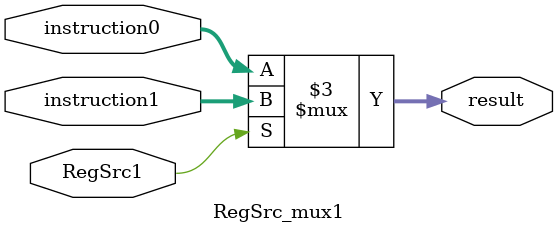
<source format=v>
`timescale 1ns / 1ps

module RegSrc_mux1 (
    input  wire [3:0] instruction1,  
    input  wire [3:0] instruction0, 
    input  wire       RegSrc1,     
    output reg  [3:0] result       
);

    always @(*) begin
        if (RegSrc1)
            result = instruction1;     
        else
            result = instruction0; 
    end

endmodule
</source>
